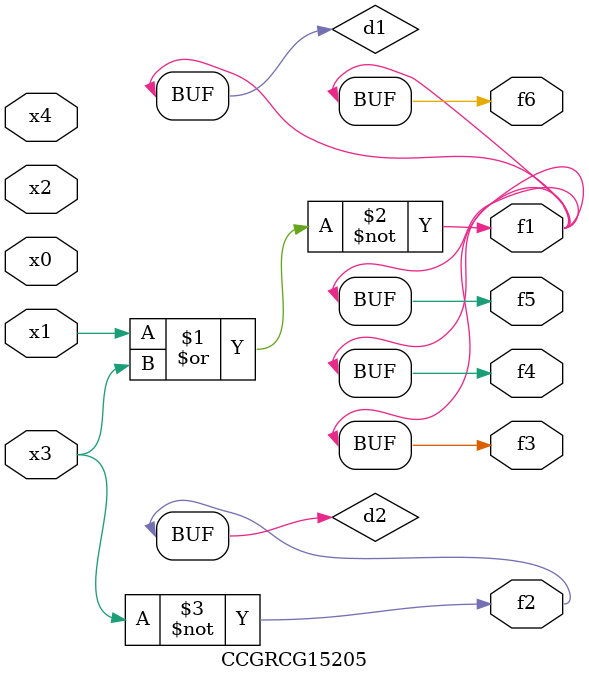
<source format=v>
module CCGRCG15205(
	input x0, x1, x2, x3, x4,
	output f1, f2, f3, f4, f5, f6
);

	wire d1, d2;

	nor (d1, x1, x3);
	not (d2, x3);
	assign f1 = d1;
	assign f2 = d2;
	assign f3 = d1;
	assign f4 = d1;
	assign f5 = d1;
	assign f6 = d1;
endmodule

</source>
